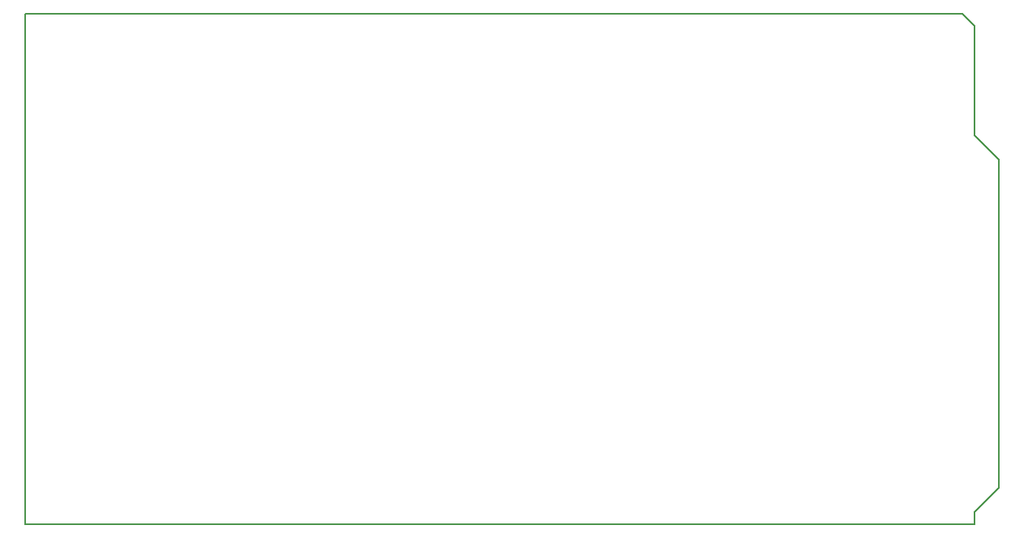
<source format=gto>
G04 #@! TF.GenerationSoftware,KiCad,Pcbnew,5.0.2+dfsg1-1*
G04 #@! TF.CreationDate,2019-09-11T11:00:06+02:00*
G04 #@! TF.ProjectId,Bottom-Plate,426f7474-6f6d-42d5-906c-6174652e6b69,rev?*
G04 #@! TF.SameCoordinates,Original*
G04 #@! TF.FileFunction,Legend,Top*
G04 #@! TF.FilePolarity,Positive*
%FSLAX46Y46*%
G04 Gerber Fmt 4.6, Leading zero omitted, Abs format (unit mm)*
G04 Created by KiCad (PCBNEW 5.0.2+dfsg1-1) date wo 11 sep 2019 11:00:06 CEST*
%MOMM*%
%LPD*%
G01*
G04 APERTURE LIST*
%ADD10C,0.200000*%
G04 APERTURE END LIST*
D10*
X27940000Y-105410000D02*
X27940000Y-52070000D01*
X127000000Y-105410000D02*
X27940000Y-105410000D01*
X127000000Y-104140000D02*
X127000000Y-105410000D01*
X129540000Y-101600000D02*
X127000000Y-104140000D01*
X129540000Y-67310000D02*
X129540000Y-101600000D01*
X127000000Y-64770000D02*
X129540000Y-67310000D01*
X127000000Y-53340000D02*
X127000000Y-64770000D01*
X125730000Y-52070000D02*
X127000000Y-53340000D01*
X27940000Y-52070000D02*
X125730000Y-52070000D01*
M02*

</source>
